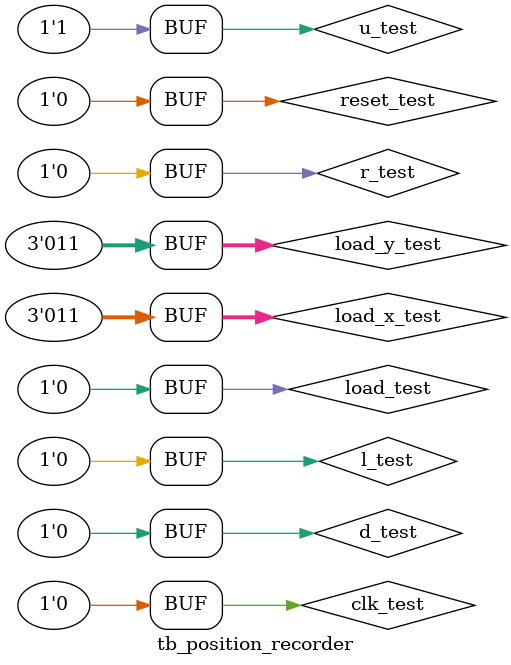
<source format=v>
module tb_position_recorder();


 reg clk_test,reset_test;
 reg l_test,r_test,u_test,d_test;
 wire[2:0] motion_x_test;
 wire[2:0] motion_y_test;
 wire edge_collision_test;
 reg load_test;
 reg [2:0]load_x_test;
 reg [2:0] load_y_test;
  
position_recorder port_map(
.clk(clk_test),
.reset(reset_test),
.l(l_test),
.r(r_test),
.u(u_test),
.d(d_test),
.motion_x(motion_x_test),
.motion_y(motion_y_test),
.edge_collision(edge_collision_test),
.load(load_test),
.load_x(load_x_test),
.load_y(load_y_test)
);

initial begin
load_test =0;
load_x_test = 3'b0;
load_y_test = 3'b0;
clk_test = 0;
reset_test =0;
l_test = 0;
r_test = 0;
u_test = 0;
d_test = 0;
#5;
reset_test = 1;
#5;
reset_test = 0;
#5;
end

always begin 
l_test = 0;
r_test = 0;
u_test = 0;
d_test = 0;


clk_test = 1;
#5;
clk_test = 0;
#5;

l_test = 1;
r_test = 0;
u_test = 0;
d_test = 0;

clk_test = 1;
#5;
clk_test = 0;
#5;

l_test = 1;
r_test = 0;
u_test = 0;
d_test = 0;

clk_test = 1;
#5;
clk_test = 0;
#5;


clk_test = 1;
#5;
clk_test = 0;
#5;

l_test = 1;
r_test = 0;
u_test = 0;
d_test = 0;

clk_test = 1;
#5;
clk_test = 0;
#5;

#5;
reset_test = 1;
#5;
reset_test = 0;
#5;

l_test = 0;
r_test = 1;
u_test = 0;
d_test = 0;

clk_test = 1;
#5;
clk_test = 0;
#5;

l_test = 0;
r_test = 1;
u_test = 0;
d_test = 0;

clk_test = 1;
#5;
clk_test = 0;
#5;

l_test = 0;
r_test = 1;
u_test = 0;
d_test = 0;

clk_test = 1;
#5;
clk_test = 0;
#5;

l_test = 0;
r_test = 1;
u_test = 0;
d_test = 0;

clk_test = 1;
#5;
clk_test = 0;

#5;
reset_test = 1;
#5;
reset_test = 0;
#5;

l_test = 0;
r_test = 0;
u_test = 0;
d_test = 1;

clk_test = 1;
#5;
clk_test = 0;
#5;

l_test = 0;
r_test = 0;
u_test = 0;
d_test = 1;

clk_test = 1;
#5;
clk_test = 0;
#5;

l_test = 0;
r_test = 0;
u_test = 0;
d_test = 1;

clk_test = 1;
#5;
clk_test = 0;
#5;

reset_test = 1;
#5;
reset_test = 0;
#5;

l_test = 0;
r_test = 0;
u_test = 1;
d_test = 0;

clk_test = 1;
#5;
clk_test = 0;
#5;

l_test = 0;
r_test = 0;
u_test = 1;
d_test = 0;

clk_test = 1;
#5;
clk_test = 0;
#5;

l_test = 0;
r_test = 0;
u_test = 1;
d_test = 0;

clk_test = 1;
#5;
clk_test = 0;
#5;

l_test = 0;
r_test = 0;
u_test = 1;
d_test = 0;

clk_test = 1;
#5;
clk_test = 0;
#5;

l_test = 0;
r_test = 0;
u_test = 1;
d_test = 0;

clk_test = 1;
#5;
clk_test = 0;
#5;

load_x_test = 3'b011;
load_y_test = 3'b011;

load_test = 0;
#5;
load_test = 1;
#5;
load_test =0;




end



endmodule
</source>
